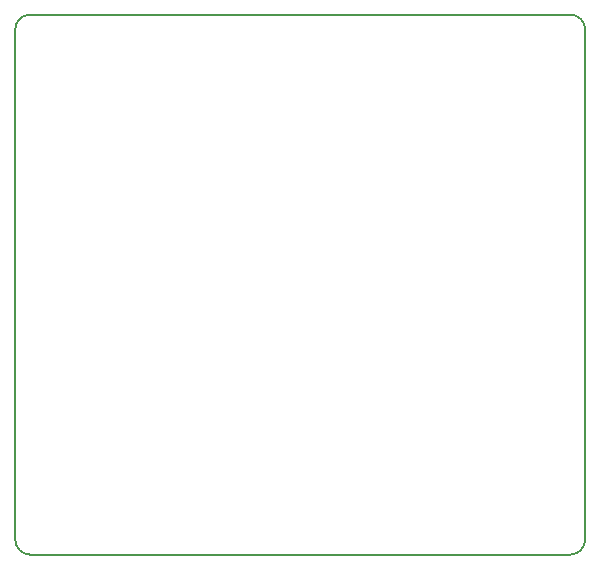
<source format=gbr>
G04 #@! TF.FileFunction,Profile,NP*
%FSLAX46Y46*%
G04 Gerber Fmt 4.6, Leading zero omitted, Abs format (unit mm)*
G04 Created by KiCad (PCBNEW 4.0.7-e2-6376~61~ubuntu18.04.1) date Mon Feb 11 08:52:26 2019*
%MOMM*%
%LPD*%
G01*
G04 APERTURE LIST*
%ADD10C,0.100000*%
%ADD11C,0.150000*%
G04 APERTURE END LIST*
D10*
D11*
X93345000Y-121285000D02*
G75*
G03X94615000Y-122555000I1270000J0D01*
G01*
X140335000Y-122555000D02*
G75*
G03X141605000Y-121285000I0J1270000D01*
G01*
X141605000Y-121285000D02*
X141605000Y-78105000D01*
X93345000Y-121285000D02*
X93345000Y-78105000D01*
X140335000Y-122555000D02*
X94615000Y-122555000D01*
X141605000Y-78105000D02*
G75*
G03X140335000Y-76835000I-1270000J0D01*
G01*
X94615000Y-76835000D02*
G75*
G03X93345000Y-78105000I0J-1270000D01*
G01*
X94615000Y-76835000D02*
X140335000Y-76835000D01*
M02*

</source>
